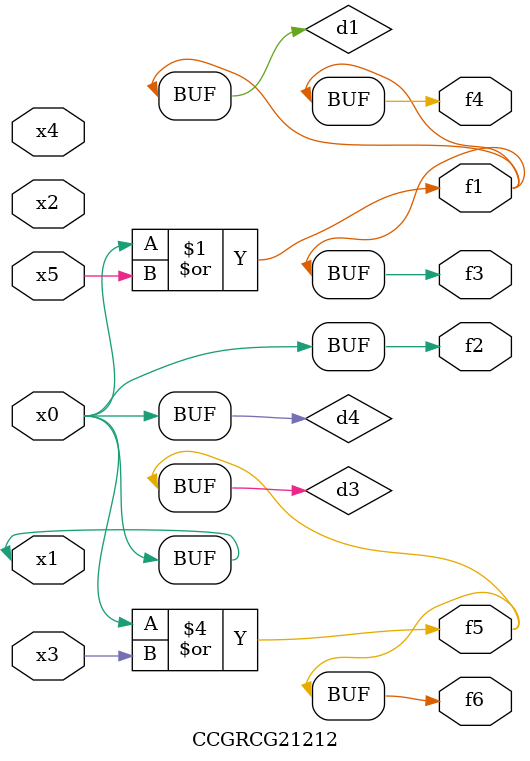
<source format=v>
module CCGRCG21212(
	input x0, x1, x2, x3, x4, x5,
	output f1, f2, f3, f4, f5, f6
);

	wire d1, d2, d3, d4;

	or (d1, x0, x5);
	xnor (d2, x1, x4);
	or (d3, x0, x3);
	buf (d4, x0, x1);
	assign f1 = d1;
	assign f2 = d4;
	assign f3 = d1;
	assign f4 = d1;
	assign f5 = d3;
	assign f6 = d3;
endmodule

</source>
